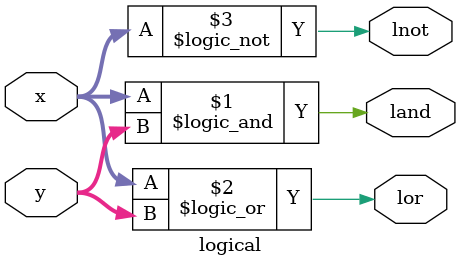
<source format=v>
module logical (
    input [1: 0] x,
    input [1: 0] y,
    output land,
    output lor,
    output lnot
);
assign land = x && y;
assign lor = x || y;
assign lnot = !x;
endmodule
</source>
